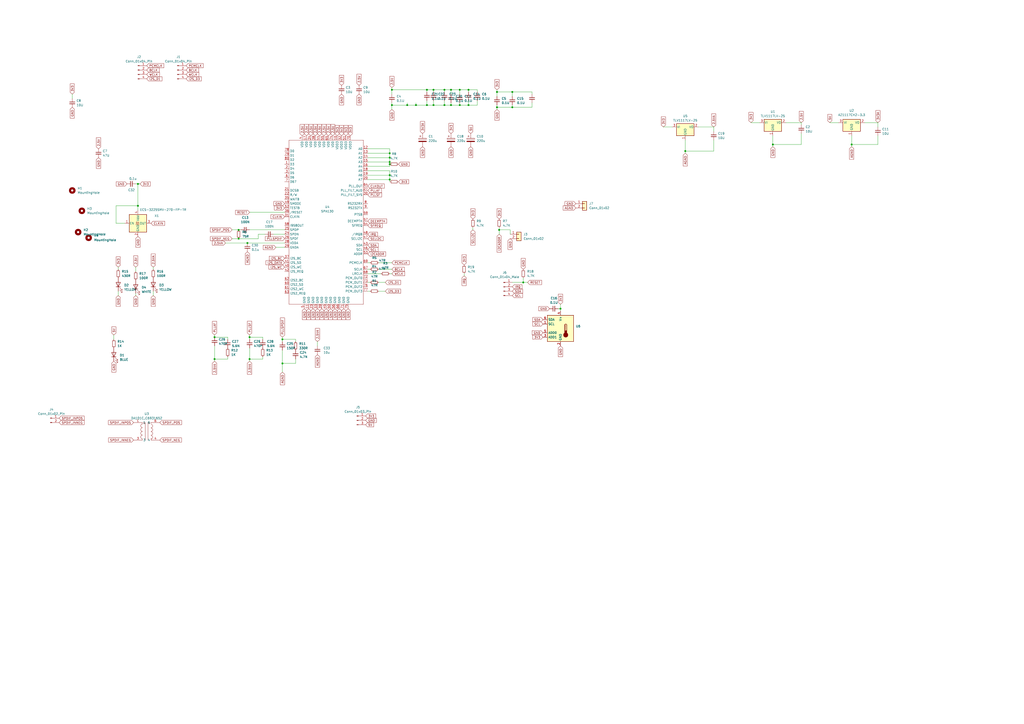
<source format=kicad_sch>
(kicad_sch (version 20250114) (generator "eeschema") (generator_version "9.0")
  (paper "A2")
  (junction (at 144.78 195.58))
  (junction (at 143.51 140.97))
  (junction (at 138.43 138.43))
  (junction (at 124.46 208.28))
  (junction (at 80.01 119.38))
  (junction (at 288.29 53.34))
  (junction (at 227.33 60.96))
  (junction (at 288.29 62.23))
  (junction (at 227.33 52.07))
  (junction (at 251.46 60.96))
  (junction (at 448.31 83.82))
  (junction (at 226.06 104.14))
  (junction (at 266.7 60.96))
  (junction (at 271.78 60.96))
  (junction (at 247.65 60.96))
  (junction (at 297.18 62.23))
  (junction (at 247.65 52.07))
  (junction (at 226.06 88.9))
  (junction (at 257.81 52.07))
  (junction (at 226.06 91.44))
  (junction (at 163.83 196.85))
  (junction (at 138.43 133.35))
  (junction (at 297.18 53.34))
  (junction (at 257.81 60.96))
  (junction (at 251.46 52.07))
  (junction (at 397.51 87.63))
  (junction (at 271.78 52.07))
  (junction (at 266.7 52.07))
  (junction (at 124.46 195.58))
  (junction (at 226.06 93.98))
  (junction (at 289.56 133.35))
  (junction (at 163.83 210.82))
  (junction (at 261.62 52.07))
  (junction (at 494.03 83.82))
  (junction (at 303.53 163.83))
  (junction (at 226.06 95.25))
  (junction (at 80.01 106.68))
  (junction (at 261.62 60.96))
  (junction (at 241.3 60.96))
  (junction (at 144.78 208.28))
  (junction (at 226.06 101.6))
  (junction (at 236.22 60.96))
  (junction (at 325.12 179.07))
  (wire (pts (xy 213.36 101.6) (xy 226.06 101.6)))
  (wire (pts (xy 414.02 87.63) (xy 397.51 87.63)))
  (wire (pts (xy 144.78 195.58) (xy 144.78 196.85)))
  (wire (pts (xy 227.33 60.96) (xy 227.33 59.69)))
  (wire (pts (xy 152.4 195.58) (xy 144.78 195.58)))
  (wire (pts (xy 464.82 71.12) (xy 464.82 72.39)))
  (wire (pts (xy 247.65 60.96) (xy 241.3 60.96)))
  (wire (pts (xy 138.43 138.43) (xy 149.86 138.43)))
  (wire (pts (xy 247.65 53.34) (xy 247.65 52.07)))
  (wire (pts (xy 213.36 88.9) (xy 226.06 88.9)))
  (wire (pts (xy 276.86 52.07) (xy 276.86 53.34)))
  (wire (pts (xy 226.06 88.9) (xy 226.06 91.44)))
  (wire (pts (xy 226.06 96.52) (xy 213.36 96.52)))
  (wire (pts (xy 88.9 154.94) (xy 88.9 156.21)))
  (wire (pts (xy 171.45 196.85) (xy 163.83 196.85)))
  (wire (pts (xy 214.63 163.83) (xy 213.36 163.83)))
  (wire (pts (xy 227.33 63.5) (xy 227.33 60.96)))
  (wire (pts (xy 144.78 133.35) (xy 165.1 133.35)))
  (wire (pts (xy 297.18 53.34) (xy 308.61 53.34)))
  (wire (pts (xy 223.52 168.91) (xy 219.71 168.91)))
  (wire (pts (xy 464.82 83.82) (xy 448.31 83.82)))
  (wire (pts (xy 295.91 133.35) (xy 289.56 133.35)))
  (wire (pts (xy 251.46 52.07) (xy 257.81 52.07)))
  (wire (pts (xy 226.06 95.25) (xy 226.06 96.52)))
  (wire (pts (xy 257.81 53.34) (xy 257.81 52.07)))
  (wire (pts (xy 144.78 123.19) (xy 165.1 123.19)))
  (wire (pts (xy 297.18 163.83) (xy 303.53 163.83)))
  (wire (pts (xy 144.78 201.93) (xy 144.78 208.28)))
  (wire (pts (xy 276.86 60.96) (xy 271.78 60.96)))
  (wire (pts (xy 163.83 196.85) (xy 163.83 198.12)))
  (wire (pts (xy 78.74 171.45) (xy 78.74 170.18)))
  (wire (pts (xy 289.56 132.08) (xy 289.56 133.35)))
  (wire (pts (xy 397.51 88.9) (xy 397.51 87.63)))
  (wire (pts (xy 160.02 143.51) (xy 165.1 143.51)))
  (wire (pts (xy 163.83 195.58) (xy 163.83 196.85)))
  (wire (pts (xy 308.61 54.61) (xy 308.61 53.34)))
  (wire (pts (xy 227.33 50.8) (xy 227.33 52.07)))
  (wire (pts (xy 67.31 129.54) (xy 72.39 129.54)))
  (wire (pts (xy 297.18 62.23) (xy 308.61 62.23)))
  (wire (pts (xy 501.65 71.12) (xy 509.27 71.12)))
  (wire (pts (xy 236.22 59.69) (xy 236.22 60.96)))
  (wire (pts (xy 227.33 156.21) (xy 219.71 156.21)))
  (wire (pts (xy 271.78 52.07) (xy 271.78 53.34)))
  (wire (pts (xy 247.65 52.07) (xy 251.46 52.07)))
  (wire (pts (xy 130.81 140.97) (xy 143.51 140.97)))
  (wire (pts (xy 138.43 133.35) (xy 139.7 133.35)))
  (wire (pts (xy 308.61 59.69) (xy 308.61 62.23)))
  (wire (pts (xy 435.61 71.12) (xy 440.69 71.12)))
  (wire (pts (xy 384.81 73.66) (xy 389.89 73.66)))
  (wire (pts (xy 303.53 163.83) (xy 306.07 163.83)))
  (wire (pts (xy 124.46 194.31) (xy 124.46 195.58)))
  (wire (pts (xy 241.3 59.69) (xy 241.3 60.96)))
  (wire (pts (xy 227.33 158.75) (xy 226.06 158.75)))
  (wire (pts (xy 226.06 86.36) (xy 226.06 88.9)))
  (wire (pts (xy 227.33 52.07) (xy 247.65 52.07)))
  (wire (pts (xy 134.62 133.35) (xy 138.43 133.35)))
  (wire (pts (xy 325.12 179.07) (xy 325.12 180.34)))
  (wire (pts (xy 66.04 194.31) (xy 66.04 196.85)))
  (wire (pts (xy 81.28 106.68) (xy 80.01 106.68)))
  (wire (pts (xy 132.08 195.58) (xy 124.46 195.58)))
  (wire (pts (xy 455.93 71.12) (xy 464.82 71.12)))
  (wire (pts (xy 132.08 207.01) (xy 132.08 208.28)))
  (wire (pts (xy 171.45 208.28) (xy 171.45 210.82)))
  (wire (pts (xy 414.02 73.66) (xy 414.02 76.2)))
  (wire (pts (xy 213.36 91.44) (xy 226.06 91.44)))
  (wire (pts (xy 124.46 200.66) (xy 124.46 208.28)))
  (wire (pts (xy 144.78 208.28) (xy 152.4 208.28)))
  (wire (pts (xy 266.7 54.61) (xy 266.7 52.07)))
  (wire (pts (xy 184.15 200.66) (xy 184.15 198.12)))
  (wire (pts (xy 226.06 86.36) (xy 213.36 86.36)))
  (wire (pts (xy 274.32 132.08) (xy 274.32 133.35)))
  (wire (pts (xy 297.18 62.23) (xy 288.29 62.23)))
  (wire (pts (xy 247.65 60.96) (xy 251.46 60.96)))
  (wire (pts (xy 303.53 161.29) (xy 303.53 163.83)))
  (wire (pts (xy 132.08 196.85) (xy 132.08 195.58)))
  (wire (pts (xy 297.18 55.88) (xy 297.18 53.34)))
  (wire (pts (xy 509.27 83.82) (xy 494.03 83.82)))
  (wire (pts (xy 448.31 85.09) (xy 448.31 83.82)))
  (wire (pts (xy 226.06 91.44) (xy 226.06 93.98)))
  (wire (pts (xy 138.43 138.43) (xy 134.62 138.43)))
  (wire (pts (xy 405.13 73.66) (xy 414.02 73.66)))
  (wire (pts (xy 80.01 119.38) (xy 80.01 121.92)))
  (wire (pts (xy 261.62 54.61) (xy 261.62 52.07)))
  (wire (pts (xy 257.81 58.42) (xy 257.81 60.96)))
  (wire (pts (xy 80.01 106.68) (xy 80.01 119.38)))
  (wire (pts (xy 41.91 57.15) (xy 41.91 54.61)))
  (wire (pts (xy 261.62 59.69) (xy 261.62 60.96)))
  (wire (pts (xy 214.63 156.21) (xy 213.36 156.21)))
  (wire (pts (xy 295.91 135.89) (xy 295.91 133.35)))
  (wire (pts (xy 226.06 104.14) (xy 226.06 105.41)))
  (wire (pts (xy 124.46 208.28) (xy 132.08 208.28)))
  (wire (pts (xy 251.46 60.96) (xy 257.81 60.96)))
  (wire (pts (xy 257.81 60.96) (xy 261.62 60.96)))
  (wire (pts (xy 68.58 171.45) (xy 68.58 168.91)))
  (wire (pts (xy 481.33 71.12) (xy 486.41 71.12)))
  (wire (pts (xy 261.62 52.07) (xy 266.7 52.07)))
  (wire (pts (xy 163.83 203.2) (xy 163.83 210.82)))
  (wire (pts (xy 289.56 133.35) (xy 289.56 135.89)))
  (wire (pts (xy 261.62 52.07) (xy 257.81 52.07)))
  (wire (pts (xy 227.33 52.07) (xy 227.33 54.61)))
  (wire (pts (xy 251.46 58.42) (xy 251.46 60.96)))
  (wire (pts (xy 271.78 58.42) (xy 271.78 60.96)))
  (wire (pts (xy 68.58 154.94) (xy 68.58 156.21)))
  (wire (pts (xy 266.7 59.69) (xy 266.7 60.96)))
  (wire (pts (xy 288.29 53.34) (xy 297.18 53.34)))
  (wire (pts (xy 144.78 194.31) (xy 144.78 195.58)))
  (wire (pts (xy 276.86 58.42) (xy 276.86 60.96)))
  (wire (pts (xy 251.46 53.34) (xy 251.46 52.07)))
  (wire (pts (xy 158.75 135.89) (xy 165.1 135.89)))
  (wire (pts (xy 143.51 140.97) (xy 165.1 140.97)))
  (wire (pts (xy 226.06 93.98) (xy 226.06 95.25)))
  (wire (pts (xy 227.33 152.4) (xy 219.71 152.4)))
  (wire (pts (xy 288.29 62.23) (xy 288.29 60.96)))
  (wire (pts (xy 149.86 135.89) (xy 153.67 135.89)))
  (wire (pts (xy 226.06 101.6) (xy 226.06 104.14)))
  (wire (pts (xy 214.63 168.91) (xy 213.36 168.91)))
  (wire (pts (xy 124.46 208.28) (xy 124.46 209.55)))
  (wire (pts (xy 297.18 60.96) (xy 297.18 62.23)))
  (wire (pts (xy 236.22 60.96) (xy 227.33 60.96)))
  (wire (pts (xy 288.29 53.34) (xy 288.29 55.88)))
  (wire (pts (xy 414.02 81.28) (xy 414.02 87.63)))
  (wire (pts (xy 288.29 52.07) (xy 288.29 53.34)))
  (wire (pts (xy 509.27 78.74) (xy 509.27 83.82)))
  (wire (pts (xy 171.45 198.12) (xy 171.45 196.85)))
  (wire (pts (xy 266.7 60.96) (xy 271.78 60.96)))
  (wire (pts (xy 509.27 71.12) (xy 509.27 73.66)))
  (wire (pts (xy 78.74 154.94) (xy 78.74 157.48)))
  (wire (pts (xy 269.24 158.75) (xy 269.24 160.02)))
  (wire (pts (xy 149.86 135.89) (xy 149.86 138.43)))
  (wire (pts (xy 163.83 210.82) (xy 163.83 215.9)))
  (wire (pts (xy 67.31 119.38) (xy 67.31 129.54)))
  (wire (pts (xy 494.03 78.74) (xy 494.03 83.82)))
  (wire (pts (xy 220.98 158.75) (xy 213.36 158.75)))
  (wire (pts (xy 226.06 99.06) (xy 226.06 101.6)))
  (wire (pts (xy 397.51 81.28) (xy 397.51 87.63)))
  (wire (pts (xy 152.4 196.85) (xy 152.4 195.58)))
  (wire (pts (xy 144.78 208.28) (xy 144.78 209.55)))
  (wire (pts (xy 261.62 60.96) (xy 266.7 60.96)))
  (wire (pts (xy 276.86 52.07) (xy 271.78 52.07)))
  (wire (pts (xy 88.9 171.45) (xy 88.9 168.91)))
  (wire (pts (xy 213.36 93.98) (xy 226.06 93.98)))
  (wire (pts (xy 213.36 99.06) (xy 226.06 99.06)))
  (wire (pts (xy 325.12 176.53) (xy 325.12 179.07)))
  (wire (pts (xy 247.65 58.42) (xy 247.65 60.96)))
  (wire (pts (xy 464.82 77.47) (xy 464.82 83.82)))
  (wire (pts (xy 152.4 207.01) (xy 152.4 208.28)))
  (wire (pts (xy 323.85 179.07) (xy 325.12 179.07)))
  (wire (pts (xy 80.01 106.68) (xy 78.74 106.68)))
  (wire (pts (xy 288.29 63.5) (xy 288.29 62.23)))
  (wire (pts (xy 448.31 78.74) (xy 448.31 83.82)))
  (wire (pts (xy 494.03 85.09) (xy 494.03 83.82)))
  (wire (pts (xy 241.3 60.96) (xy 236.22 60.96)))
  (wire (pts (xy 223.52 163.83) (xy 219.71 163.83)))
  (wire (pts (xy 67.31 119.38) (xy 80.01 119.38)))
  (wire (pts (xy 213.36 104.14) (xy 226.06 104.14)))
  (wire (pts (xy 266.7 52.07) (xy 271.78 52.07)))
  (wire (pts (xy 214.63 152.4) (xy 213.36 152.4)))
  (wire (pts (xy 163.83 210.82) (xy 171.45 210.82)))
  (global_label "AGND" (shape input) (at 143.51 146.05 270) (property "Intersheetrefs" "${INTERSHEET_REFS}" (effects (hide yes))))
  (global_label "3V3" (shape input) (at 261.62 77.47 90) (property "Intersheetrefs" "${INTERSHEET_REFS}" (effects (hide yes))))
  (global_label "IRQ" (shape input) (at 213.36 135.89 0) (property "Intersheetrefs" "${INTERSHEET_REFS}" (effects (hide yes))))
  (global_label "2.5V" (shape input) (at 175.26 78.74 90) (property "Intersheetrefs" "${INTERSHEET_REFS}" (effects (hide yes))))
  (global_label "2.5V" (shape input) (at 464.82 71.12 90) (property "Intersheetrefs" "${INTERSHEET_REFS}" (effects (hide yes))))
  (global_label "PLLSF" (shape input) (at 144.78 194.31 90) (property "Intersheetrefs" "${INTERSHEET_REFS}" (effects (hide yes))))
  (global_label "3V3" (shape input) (at 41.91 54.61 90) (property "Intersheetrefs" "${INTERSHEET_REFS}" (effects (hide yes))))
  (global_label "3V3" (shape input) (at 195.58 78.74 90) (property "Intersheetrefs" "${INTERSHEET_REFS}" (effects (hide yes))))
  (global_label "SDA" (shape input) (at 213.36 142.24 0) (property "Intersheetrefs" "${INTERSHEET_REFS}" (effects (hide yes))))
  (global_label "WCLK" (shape input) (at 85.09 43.18 0) (property "Intersheetrefs" "${INTERSHEET_REFS}" (effects (hide yes))))
  (global_label "3V3" (shape input) (at 325.12 176.53 90) (property "Intersheetrefs" "${INTERSHEET_REFS}" (effects (hide yes))))
  (global_label "GND" (shape input) (at 245.11 85.09 270) (property "Intersheetrefs" "${INTERSHEET_REFS}" (effects (hide yes))))
  (global_label "I2CADDR" (shape input) (at 289.56 135.89 270) (property "Intersheetrefs" "${INTERSHEET_REFS}" (effects (hide yes))))
  (global_label "I2S_BC" (shape input) (at 165.1 149.86 180) (property "Intersheetrefs" "${INTERSHEET_REFS}" (effects (hide yes))))
  (global_label "3V3" (shape input) (at 289.56 127 90) (property "Intersheetrefs" "${INTERSHEET_REFS}" (effects (hide yes))))
  (global_label "5V" (shape input) (at 212.09 246.38 0) (property "Intersheetrefs" "${INTERSHEET_REFS}" (effects (hide yes))))
  (global_label "RESET" (shape input) (at 144.78 123.19 180) (property "Intersheetrefs" "${INTERSHEET_REFS}" (effects (hide yes))))
  (global_label "SDA" (shape input) (at 314.96 185.42 180) (property "Intersheetrefs" "${INTERSHEET_REFS}" (effects (hide yes))))
  (global_label "GND" (shape input) (at 303.53 156.21 90) (property "Intersheetrefs" "${INTERSHEET_REFS}" (effects (hide yes))))
  (global_label "WCLK" (shape input) (at 107.95 43.18 0) (property "Intersheetrefs" "${INTERSHEET_REFS}" (effects (hide yes))))
  (global_label "SPDIF_INPOS" (shape input) (at 77.47 245.11 180) (property "Intersheetrefs" "${INTERSHEET_REFS}" (effects (hide yes))))
  (global_label "2.5V" (shape input) (at 227.33 50.8 90) (property "Intersheetrefs" "${INTERSHEET_REFS}" (effects (hide yes))))
  (global_label "AGND" (shape input) (at 163.83 215.9 270) (property "Intersheetrefs" "${INTERSHEET_REFS}" (effects (hide yes))))
  (global_label "PLLAF" (shape input) (at 124.46 194.31 90) (property "Intersheetrefs" "${INTERSHEET_REFS}" (effects (hide yes))))
  (global_label "GND" (shape input) (at 88.9 171.45 270) (property "Intersheetrefs" "${INTERSHEET_REFS}" (effects (hide yes))))
  (global_label "PCMCLK" (shape input) (at 85.09 38.1 0) (property "Intersheetrefs" "${INTERSHEET_REFS}" (effects (hide yes))))
  (global_label "5V" (shape input) (at 273.05 77.47 90) (property "Intersheetrefs" "${INTERSHEET_REFS}" (effects (hide yes))))
  (global_label "CLKIN" (shape input) (at 87.63 129.54 0) (property "Intersheetrefs" "${INTERSHEET_REFS}" (effects (hide yes))))
  (global_label "DEEMPTH" (shape input) (at 213.36 128.27 0) (property "Intersheetrefs" "${INTERSHEET_REFS}" (effects (hide yes))))
  (global_label "3V3" (shape input) (at 198.12 78.74 90) (property "Intersheetrefs" "${INTERSHEET_REFS}" (effects (hide yes))))
  (global_label "3V3" (shape input) (at 200.66 78.74 90) (property "Intersheetrefs" "${INTERSHEET_REFS}" (effects (hide yes))))
  (global_label "CLKOUT" (shape input) (at 213.36 107.95 0) (property "Intersheetrefs" "${INTERSHEET_REFS}" (effects (hide yes))))
  (global_label "BCLK" (shape input) (at 227.33 156.21 0) (property "Intersheetrefs" "${INTERSHEET_REFS}" (effects (hide yes))))
  (global_label "2.5V" (shape input) (at 182.88 78.74 90) (property "Intersheetrefs" "${INTERSHEET_REFS}" (effects (hide yes))))
  (global_label "GND" (shape input) (at 80.01 137.16 270) (property "Intersheetrefs" "${INTERSHEET_REFS}" (effects (hide yes))))
  (global_label "SELI2C" (shape input) (at 274.32 133.35 270) (property "Intersheetrefs" "${INTERSHEET_REFS}" (effects (hide yes))))
  (global_label "3V3A" (shape input) (at 245.11 77.47 90) (property "Intersheetrefs" "${INTERSHEET_REFS}" (effects (hide yes))))
  (global_label "SPDIF_POS" (shape input) (at 92.71 245.11 0) (property "Intersheetrefs" "${INTERSHEET_REFS}" (effects (hide yes))))
  (global_label "3V3" (shape input) (at 165.1 120.65 180) (property "Intersheetrefs" "${INTERSHEET_REFS}" (effects (hide yes))))
  (global_label "GND" (shape input) (at 176.53 179.07 270) (property "Intersheetrefs" "${INTERSHEET_REFS}" (effects (hide yes))))
  (global_label "SFREQ" (shape input) (at 213.36 130.81 0) (property "Intersheetrefs" "${INTERSHEET_REFS}" (effects (hide yes))))
  (global_label "2.5V" (shape input) (at 208.28 49.53 90) (property "Intersheetrefs" "${INTERSHEET_REFS}" (effects (hide yes))))
  (global_label "2.5V" (shape input) (at 57.15 86.36 90) (property "Intersheetrefs" "${INTERSHEET_REFS}" (effects (hide yes))))
  (global_label "GND" (shape input) (at 212.09 243.84 0) (property "Intersheetrefs" "${INTERSHEET_REFS}" (effects (hide yes))))
  (global_label "GND" (shape input) (at 208.28 54.61 270) (property "Intersheetrefs" "${INTERSHEET_REFS}" (effects (hide yes))))
  (global_label "GND" (shape input) (at 325.12 200.66 270) (property "Intersheetrefs" "${INTERSHEET_REFS}" (effects (hide yes))))
  (global_label "2.5V" (shape input) (at 185.42 78.74 90) (property "Intersheetrefs" "${INTERSHEET_REFS}" (effects (hide yes))))
  (global_label "3V3" (shape input) (at 269.24 153.67 90) (property "Intersheetrefs" "${INTERSHEET_REFS}" (effects (hide yes))))
  (global_label "2.5V" (shape input) (at 177.8 78.74 90) (property "Intersheetrefs" "${INTERSHEET_REFS}" (effects (hide yes))))
  (global_label "GND" (shape input) (at 448.31 85.09 270) (property "Intersheetrefs" "${INTERSHEET_REFS}" (effects (hide yes))))
  (global_label "CLKIN" (shape input) (at 165.1 125.73 180) (property "Intersheetrefs" "${INTERSHEET_REFS}" (effects (hide yes))))
  (global_label "2.5V" (shape input) (at 78.74 154.94 90) (property "Intersheetrefs" "${INTERSHEET_REFS}" (effects (hide yes))))
  (global_label "3V3" (shape input) (at 435.61 71.12 90) (property "Intersheetrefs" "${INTERSHEET_REFS}" (effects (hide yes))))
  (global_label "GND" (shape input) (at 273.05 85.09 270) (property "Intersheetrefs" "${INTERSHEET_REFS}" (effects (hide yes))))
  (global_label "3V3" (shape input) (at 81.28 106.68 0) (property "Intersheetrefs" "${INTERSHEET_REFS}" (effects (hide yes))))
  (global_label "BCLK" (shape input) (at 85.09 40.64 0) (property "Intersheetrefs" "${INTERSHEET_REFS}" (effects (hide yes))))
  (global_label "GND" (shape input) (at 196.85 179.07 270) (property "Intersheetrefs" "${INTERSHEET_REFS}" (effects (hide yes))))
  (global_label "SCL" (shape input) (at 314.96 187.96 180) (property "Intersheetrefs" "${INTERSHEET_REFS}" (effects (hide yes))))
  (global_label "GND" (shape input) (at 186.69 179.07 270) (property "Intersheetrefs" "${INTERSHEET_REFS}" (effects (hide yes))))
  (global_label "GND" (shape input) (at 198.12 54.61 270) (property "Intersheetrefs" "${INTERSHEET_REFS}" (effects (hide yes))))
  (global_label "BCLK" (shape input) (at 107.95 40.64 0) (property "Intersheetrefs" "${INTERSHEET_REFS}" (effects (hide yes))))
  (global_label "GND" (shape input) (at 231.14 95.25 0) (property "Intersheetrefs" "${INTERSHEET_REFS}" (effects (hide yes))))
  (global_label "GND" (shape input) (at 57.15 91.44 270) (property "Intersheetrefs" "${INTERSHEET_REFS}" (effects (hide yes))))
  (global_label "SCL" (shape input) (at 297.18 171.45 0) (property "Intersheetrefs" "${INTERSHEET_REFS}" (effects (hide yes))))
  (global_label "GND" (shape input) (at 334.01 118.11 180) (property "Intersheetrefs" "${INTERSHEET_REFS}" (effects (hide yes))))
  (global_label "3V3" (shape input) (at 288.29 52.07 90) (property "Intersheetrefs" "${INTERSHEET_REFS}" (effects (hide yes))))
  (global_label "I2S_DATA" (shape input) (at 165.1 152.4 180) (property "Intersheetrefs" "${INTERSHEET_REFS}" (effects (hide yes))))
  (global_label "GND" (shape input) (at 318.77 179.07 180) (property "Intersheetrefs" "${INTERSHEET_REFS}" (effects (hide yes))))
  (global_label "GND" (shape input) (at 288.29 63.5 270) (property "Intersheetrefs" "${INTERSHEET_REFS}" (effects (hide yes))))
  (global_label "GND" (shape input) (at 189.23 179.07 270) (property "Intersheetrefs" "${INTERSHEET_REFS}" (effects (hide yes))))
  (global_label "GND" (shape input) (at 73.66 106.68 180) (property "Intersheetrefs" "${INTERSHEET_REFS}" (effects (hide yes))))
  (global_label "3V3" (shape input) (at 384.81 73.66 90) (property "Intersheetrefs" "${INTERSHEET_REFS}" (effects (hide yes))))
  (global_label "GND" (shape input) (at 41.91 62.23 270) (property "Intersheetrefs" "${INTERSHEET_REFS}" (effects (hide yes))))
  (global_label "2.5VA" (shape input) (at 88.9 154.94 90) (property "Intersheetrefs" "${INTERSHEET_REFS}" (effects (hide yes))))
  (global_label "2.5V" (shape input) (at 187.96 78.74 90) (property "Intersheetrefs" "${INTERSHEET_REFS}" (effects (hide yes))))
  (global_label "PLLSF" (shape input) (at 213.36 113.03 0) (property "Intersheetrefs" "${INTERSHEET_REFS}" (effects (hide yes))))
  (global_label "2.5V" (shape input) (at 193.04 78.74 90) (property "Intersheetrefs" "${INTERSHEET_REFS}" (effects (hide yes))))
  (global_label "I2S_WC" (shape input) (at 165.1 154.94 180) (property "Intersheetrefs" "${INTERSHEET_REFS}" (effects (hide yes))))
  (global_label "GND" (shape input) (at 181.61 179.07 270) (property "Intersheetrefs" "${INTERSHEET_REFS}" (effects (hide yes))))
  (global_label "AGND" (shape input) (at 494.03 85.09 270) (property "Intersheetrefs" "${INTERSHEET_REFS}" (effects (hide yes))))
  (global_label "3V3" (shape input) (at 212.09 241.3 0) (property "Intersheetrefs" "${INTERSHEET_REFS}" (effects (hide yes))))
  (global_label "SDA" (shape input) (at 297.18 168.91 0) (property "Intersheetrefs" "${INTERSHEET_REFS}" (effects (hide yes))))
  (global_label "GND" (shape input) (at 201.93 179.07 270) (property "Intersheetrefs" "${INTERSHEET_REFS}" (effects (hide yes))))
  (global_label "2.5VA" (shape input) (at 414.02 73.66 90) (property "Intersheetrefs" "${INTERSHEET_REFS}" (effects (hide yes))))
  (global_label "SCL" (shape input) (at 213.36 144.78 0) (property "Intersheetrefs" "${INTERSHEET_REFS}" (effects (hide yes))))
  (global_label "5V" (shape input) (at 66.04 194.31 90) (property "Intersheetrefs" "${INTERSHEET_REFS}" (effects (hide yes))))
  (global_label "2.5VA" (shape input) (at 184.15 198.12 90) (property "Intersheetrefs" "${INTERSHEET_REFS}" (effects (hide yes))))
  (global_label "3V3" (shape input) (at 274.32 127 90) (property "Intersheetrefs" "${INTERSHEET_REFS}" (effects (hide yes))))
  (global_label "GND" (shape input) (at 165.1 118.11 180) (property "Intersheetrefs" "${INTERSHEET_REFS}" (effects (hide yes))))
  (global_label "2.5V" (shape input) (at 180.34 78.74 90) (property "Intersheetrefs" "${INTERSHEET_REFS}" (effects (hide yes))))
  (global_label "WCLK" (shape input) (at 227.33 158.75 0) (property "Intersheetrefs" "${INTERSHEET_REFS}" (effects (hide yes))))
  (global_label "GND" (shape input) (at 179.07 179.07 270) (property "Intersheetrefs" "${INTERSHEET_REFS}" (effects (hide yes))))
  (global_label "I2S_D1" (shape input) (at 85.09 45.72 0) (property "Intersheetrefs" "${INTERSHEET_REFS}" (effects (hide yes))))
  (global_label "SELI2C" (shape input) (at 213.36 138.43 0) (property "Intersheetrefs" "${INTERSHEET_REFS}" (effects (hide yes))))
  (global_label "GND" (shape input) (at 66.04 209.55 270) (property "Intersheetrefs" "${INTERSHEET_REFS}" (effects (hide yes))))
  (global_label "SPDIF_INNEG" (shape input) (at 77.47 255.27 180) (property "Intersheetrefs" "${INTERSHEET_REFS}" (effects (hide yes))))
  (global_label "3V3" (shape input) (at 203.2 78.74 90) (property "Intersheetrefs" "${INTERSHEET_REFS}" (effects (hide yes))))
  (global_label "I2S_D3" (shape input) (at 223.52 168.91 0) (property "Intersheetrefs" "${INTERSHEET_REFS}" (effects (hide yes))))
  (global_label "SPDIF_NEG" (shape input) (at 92.71 255.27 0) (property "Intersheetrefs" "${INTERSHEET_REFS}" (effects (hide yes))))
  (global_label "I2S_D3" (shape input) (at 107.95 45.72 0) (property "Intersheetrefs" "${INTERSHEET_REFS}" (effects (hide yes))))
  (global_label "I2CADDR" (shape input) (at 213.36 147.32 0) (property "Intersheetrefs" "${INTERSHEET_REFS}" (effects (hide yes))))
  (global_label "GND" (shape input) (at 191.77 179.07 270) (property "Intersheetrefs" "${INTERSHEET_REFS}" (effects (hide yes))))
  (global_label "GND" (shape input) (at 184.15 179.07 270) (property "Intersheetrefs" "${INTERSHEET_REFS}" (effects (hide yes))))
  (global_label "3V3A" (shape input) (at 509.27 71.12 90) (property "Intersheetrefs" "${INTERSHEET_REFS}" (effects (hide yes))))
  (global_label "IRQ" (shape input) (at 297.18 166.37 0) (property "Intersheetrefs" "${INTERSHEET_REFS}" (effects (hide yes))))
  (global_label "GND" (shape input) (at 199.39 179.07 270) (property "Intersheetrefs" "${INTERSHEET_REFS}" (effects (hide yes))))
  (global_label "GND" (shape input) (at 295.91 138.43 270) (property "Intersheetrefs" "${INTERSHEET_REFS}" (effects (hide yes))))
  (global_label "PCMCLK" (shape input) (at 107.95 38.1 0) (property "Intersheetrefs" "${INTERSHEET_REFS}" (effects (hide yes))))
  (global_label "2.5VA" (shape input) (at 130.81 140.97 180) (property "Intersheetrefs" "${INTERSHEET_REFS}" (effects (hide yes))))
  (global_label "3V3" (shape input) (at 198.12 49.53 90) (property "Intersheetrefs" "${INTERSHEET_REFS}" (effects (hide yes))))
  (global_label "PLLSPDIF" (shape input) (at 165.1 138.43 180) (property "Intersheetrefs" "${INTERSHEET_REFS}" (effects (hide yes))))
  (global_label "PLLAF" (shape input) (at 213.36 110.49 0) (property "Intersheetrefs" "${INTERSHEET_REFS}" (effects (hide yes))))
  (global_label "AGND" (shape input) (at 397.51 88.9 270) (property "Intersheetrefs" "${INTERSHEET_REFS}" (effects (hide yes))))
  (global_label "SPDIF_INNEG" (shape input) (at 34.29 245.11 0) (property "Intersheetrefs" "${INTERSHEET_REFS}" (effects (hide yes))))
  (global_label "GND" (shape input) (at 194.31 179.07 270) (property "Intersheetrefs" "${INTERSHEET_REFS}" (effects (hide yes))))
  (global_label "3V3" (shape input) (at 314.96 195.58 180) (property "Intersheetrefs" "${INTERSHEET_REFS}" (effects (hide yes))))
  (global_label "PLLSPDIF" (shape input) (at 163.83 195.58 90) (property "Intersheetrefs" "${INTERSHEET_REFS}" (effects (hide yes))))
  (global_label "3V3" (shape input) (at 68.58 154.94 90) (property "Intersheetrefs" "${INTERSHEET_REFS}" (effects (hide yes))))
  (global_label "SPDIF_POS" (shape input) (at 134.62 133.35 180) (property "Intersheetrefs" "${INTERSHEET_REFS}" (effects (hide yes))))
  (global_label "RESET" (shape input) (at 306.07 163.83 0) (property "Intersheetrefs" "${INTERSHEET_REFS}" (effects (hide yes))))
  (global_label "AGND" (shape input) (at 184.15 205.74 270) (property "Intersheetrefs" "${INTERSHEET_REFS}" (effects (hide yes))))
  (global_label "SPDIF_INPOS" (shape input) (at 34.29 242.57 0) (property "Intersheetrefs" "${INTERSHEET_REFS}" (effects (hide yes))))
  (global_label "I2S_D1" (shape input) (at 223.52 163.83 0) (property "Intersheetrefs" "${INTERSHEET_REFS}" (effects (hide yes))))
  (global_label "3V3" (shape input) (at 231.14 105.41 0) (property "Intersheetrefs" "${INTERSHEET_REFS}" (effects (hide yes))))
  (global_label "GND" (shape input) (at 78.74 171.45 270) (property "Intersheetrefs" "${INTERSHEET_REFS}" (effects (hide yes))))
  (global_label "AGND" (shape input) (at 160.02 143.51 180) (property "Intersheetrefs" "${INTERSHEET_REFS}" (effects (hide yes))))
  (global_label "PCMCLK" (shape input) (at 227.33 152.4 0) (property "Intersheetrefs" "${INTERSHEET_REFS}" (effects (hide yes))))
  (global_label "2.5V" (shape input) (at 190.5 78.74 90) (property "Intersheetrefs" "${INTERSHEET_REFS}" (effects (hide yes))))
  (global_label "2.5VA" (shape input) (at 144.78 209.55 270) (property "Intersheetrefs" "${INTERSHEET_REFS}" (effects (hide yes))))
  (global_label "GND" (shape input) (at 68.58 171.45 270) (property "Intersheetrefs" "${INTERSHEET_REFS}" (effects (hide yes))))
  (global_label "GND" (shape input) (at 227.33 63.5 270) (property "Intersheetrefs" "${INTERSHEET_REFS}" (effects (hide yes))))
  (global_label "5V" (shape input) (at 481.33 71.12 90) (property "Intersheetrefs" "${INTERSHEET_REFS}" (effects (hide yes))))
  (global_label "SPDIF_NEG" (shape input) (at 134.62 138.43 180) (property "Intersheetrefs" "${INTERSHEET_REFS}" (effects (hide yes))))
  (global_label "IRQ" (shape input) (at 269.24 160.02 270) (property "Intersheetrefs" "${INTERSHEET_REFS}" (effects (hide yes))))
  (global_label "GND" (shape input) (at 314.96 193.04 180) (property "Intersheetrefs" "${INTERSHEET_REFS}" (effects (hide yes))))
  (global_label "2.5VA" (shape input) (at 124.46 209.55 270) (property "Intersheetrefs" "${INTERSHEET_REFS}" (effects (hide yes))))
  (global_label "AGND" (shape input) (at 334.01 120.65 180) (property "Intersheetrefs" "${INTERSHEET_REFS}" (effects (hide yes))))
  (global_label "GND" (shape input) (at 261.62 85.09 270) (property "Intersheetrefs" "${INTERSHEET_REFS}" (effects (hide yes))))
  (symbol (lib_id "Device:C_Polarized") (at 245.11 81.28 0) (unit 1)
    (property "Reference" "C1" (at 248.539 79.121 0) (effects (justify left)))
    (property "Value" "220u" (at 248.539 81.661 0) (effects (justify left)))
    (property "Footprint" "Capacitor_THT:CP_Radial_D6.3mm_P2.50mm" (effects (hide yes)))
  )
  (symbol (lib_id "Device:C_Small") (at 251.46 55.88 0) (unit 1)
    (property "Reference" "C22" (at 254.127 54.6162 0) (effects (justify left)))
    (property "Value" "0.1U" (at 254.127 57.1562 0) (effects (justify left)))
    (property "Footprint" "Capacitor_SMD:C_0805_2012Metric_Pad1.18x1.45mm_HandSolder" (effects (hide yes)))
  )
  (symbol (lib_id "Device:C_Small") (at 163.83 200.66 0) (unit 1)
    (property "Reference" "C25" (at 166.243 199.3962 0) (effects (justify left)))
    (property "Value" "150P" (at 166.243 201.9362 0) (effects (justify left)))
    (property "Footprint" "Capacitor_SMD:C_0805_2012Metric_Pad1.18x1.45mm_HandSolder" (effects (hide yes)))
  )
  (symbol (lib_id "Device:C_Small") (at 247.65 55.88 0) (unit 1)
    (property "Reference" "C21" (at 250.317 54.6162 0) (effects (justify left)))
    (property "Value" "0.1U" (at 250.317 57.1562 0) (effects (justify left)))
    (property "Footprint" "Capacitor_SMD:C_0805_2012Metric_Pad1.18x1.45mm_HandSolder" (effects (hide yes)))
  )
  (symbol (lib_id "Device:C_Polarized") (at 261.62 81.28 0) (unit 1)
    (property "Reference" "C18" (at 265.049 79.121 0) (effects (justify left)))
    (property "Value" "220u" (at 265.049 81.661 0) (effects (justify left)))
    (property "Footprint" "Capacitor_THT:CP_Radial_D6.3mm_P2.50mm" (effects (hide yes)))
  )
  (symbol (lib_id "Device:C_Small") (at 171.45 205.74 0) (unit 1)
    (property "Reference" "C24" (at 173.863 204.4762 0) (effects (justify left)))
    (property "Value" "4.7N" (at 173.863 207.0162 0) (effects (justify left)))
    (property "Footprint" "Capacitor_SMD:C_0805_2012Metric_Pad1.18x1.45mm_HandSolder" (effects (hide yes)))
  )
  (symbol (lib_id "Mechanical:MountingHole") (at 51.4194 137.9513 0) (unit 1)
    (property "Reference" "H4" (at 54.4674 136.6812 0) (effects (justify left)))
    (property "Value" "MountingHole" (at 54.4674 139.2212 0) (effects (justify left)))
    (property "Footprint" "MountingHole:MountingHole_3.2mm_M3_DIN965_Pad_TopBottom" (effects (hide yes)))
  )
  (symbol (lib_id "Device:C_Small") (at 257.81 55.88 0) (unit 1)
    (property "Reference" "C23" (at 260.477 54.6162 0) (effects (justify left)))
    (property "Value" "0.1U" (at 260.477 57.1562 0) (effects (justify left)))
    (property "Footprint" "Capacitor_SMD:C_0805_2012Metric_Pad1.18x1.45mm_HandSolder" (effects (hide yes)))
  )
  (symbol (lib_id "Device:R_Small") (at 152.4 204.47 0) (unit 1)
    (property "Reference" "R13" (at 154.432 203.1999 0) (effects (justify left)))
    (property "Value" "1K" (at 154.432 205.7399 0) (effects (justify left)))
    (property "Footprint" "Resistor_SMD:R_0603_1608Metric_Pad0.98x0.95mm_HandSolder" (effects (hide yes)))
  )
  (symbol (lib_id "Device:C_Small") (at 144.78 199.39 0) (unit 1)
    (property "Reference" "C29" (at 147.193 198.1262 0) (effects (justify left)))
    (property "Value" "470P" (at 147.193 200.6662 0) (effects (justify left)))
    (property "Footprint" "Capacitor_SMD:C_0805_2012Metric_Pad1.18x1.45mm_HandSolder" (effects (hide yes)))
  )
  (symbol (lib_id "Device:R_Small") (at 78.74 160.02 0) (unit 1)
    (property "Reference" "R17" (at 80.772 158.7499 0) (effects (justify left)))
    (property "Value" "100R" (at 80.772 161.2899 0) (effects (justify left)))
    (property "Footprint" "Resistor_SMD:R_0603_1608Metric_Pad0.98x0.95mm_HandSolder" (effects (hide yes)))
  )
  (symbol (lib_id "Connector:Conn_01x04_Male") (at 292.1 166.37 0) (unit 1)
    (property "Reference" "J6" (at 292.735 158.115 0))
    (property "Value" "Conn_01x04_Male" (at 292.735 160.655 0))
    (property "Footprint" "Connector_JST:JST_PH_B4B-PH-K_1x04_P2.00mm_Vertical" (effects (hide yes)))
  )
  (symbol (lib_id "Device:C_Small") (at 227.33 57.15 0) (unit 1)
    (property "Reference" "C4" (at 229.997 55.8862 0) (effects (justify left)))
    (property "Value" "0.1U" (at 229.997 58.4262 0) (effects (justify left)))
    (property "Footprint" "Capacitor_SMD:C_0805_2012Metric_Pad1.18x1.45mm_HandSolder" (effects (hide yes)))
  )
  (symbol (lib_id "Device:C_Small") (at 41.91 59.69 0) (unit 1)
    (property "Reference" "C8" (at 44.323 58.4262 0) (effects (justify left)))
    (property "Value" "10U" (at 44.323 60.9662 0) (effects (justify left)))
    (property "Footprint" "Capacitor_SMD:C_1206_3216Metric_Pad1.33x1.80mm_HandSolder" (effects (hide yes)))
  )
  (symbol (lib_id "Device:R_Small") (at 217.17 168.91 90) (unit 1)
    (property "Reference" "R1" (at 217.17 162.941 90))
    (property "Value" "47R" (at 217.17 165.481 90))
    (property "Footprint" "Resistor_SMD:R_0805_2012Metric_Pad1.20x1.40mm_HandSolder" (effects (hide yes)))
  )
  (symbol (lib_id "Device:C_Small") (at 414.02 78.74 0) (unit 1)
    (property "Reference" "C19" (at 416.433 77.4762 0) (effects (justify left)))
    (property "Value" "10U" (at 416.433 80.0162 0) (effects (justify left)))
    (property "Footprint" "Capacitor_SMD:C_1206_3216Metric_Pad1.33x1.80mm_HandSolder" (effects (hide yes)))
  )
  (symbol (lib_id "Device:C_Small") (at 152.4 199.39 0) (unit 1)
    (property "Reference" "C28" (at 154.813 198.1262 0) (effects (justify left)))
    (property "Value" "5.6N" (at 154.813 200.6662 0) (effects (justify left)))
    (property "Footprint" "Capacitor_SMD:C_0805_2012Metric_Pad1.18x1.45mm_HandSolder" (effects (hide yes)))
  )
  (symbol (lib_id "Device:R_Small") (at 217.17 163.83 90) (unit 1)
    (property "Reference" "R2" (at 217.17 157.861 90))
    (property "Value" "47R" (at 217.17 160.401 90))
    (property "Footprint" "Resistor_SMD:R_0805_2012Metric_Pad1.20x1.40mm_HandSolder" (effects (hide yes)))
  )
  (symbol (lib_id "Oscillator:TXC-7C") (at 80.01 129.54 0) (unit 1)
    (property "Reference" "X1" (at 90.932 125.2093 0))
    (property "Value" "ECS-3225SMV-270-FP-TR" (at 94.615 121.666 0))
    (property "Footprint" "Oscillator:Oscillator_SMD_EuroQuartz_XO32-4Pin_3.2x2.5mm_HandSoldering" (effects (hide yes)))
    (property "Datasheet" "http://www.txccorp.com/download/products/osc/7C_o.pdf" (effects (hide yes)))
  )
  (symbol (lib_id "Device:R_Small") (at 132.08 204.47 0) (unit 1)
    (property "Reference" "R12" (at 134.112 203.1999 0) (effects (justify left)))
    (property "Value" "1K" (at 134.112 205.7399 0) (effects (justify left)))
    (property "Footprint" "Resistor_SMD:R_0603_1608Metric_Pad0.98x0.95mm_HandSolder" (effects (hide yes)))
  )
  (symbol (lib_id "Device:R_Small") (at 228.6 105.41 90) (unit 1)
    (property "Reference" "R10" (at 228.6 99.441 90))
    (property "Value" "4.7K" (at 228.6 101.981 90))
    (property "Footprint" "Resistor_SMD:R_0603_1608Metric_Pad0.98x0.95mm_HandSolder" (effects (hide yes)))
  )
  (symbol (lib_id "Device:R_Small") (at 88.9 158.75 0) (unit 1)
    (property "Reference" "R16" (at 90.932 157.4799 0) (effects (justify left)))
    (property "Value" "100R" (at 90.932 160.0199 0) (effects (justify left)))
    (property "Footprint" "Resistor_SMD:R_0603_1608Metric_Pad0.98x0.95mm_HandSolder" (effects (hide yes)))
  )
  (symbol (lib_id "Device:C_Small") (at 198.12 52.07 0) (unit 1)
    (property "Reference" "C3" (at 200.533 50.8062 0) (effects (justify left)))
    (property "Value" "10U" (at 200.533 53.3462 0) (effects (justify left)))
    (property "Footprint" "Capacitor_SMD:C_1206_3216Metric_Pad1.33x1.80mm_HandSolder" (effects (hide yes)))
  )
  (symbol (lib_id "Device:R_Small") (at 66.04 199.39 0) (unit 1)
    (property "Reference" "R14" (at 68.072 198.1199 0) (effects (justify left)))
    (property "Value" "1K" (at 68.072 200.6599 0) (effects (justify left)))
    (property "Footprint" "Resistor_SMD:R_0603_1608Metric_Pad0.98x0.95mm_HandSolder" (effects (hide yes)))
  )
  (symbol (lib_id "Device:LED") (at 78.74 166.37 90) (unit 1)
    (property "Reference" "D4" (at 82.169 166.6874 90) (effects (justify right)))
    (property "Value" "WHITE" (at 82.169 169.2274 90) (effects (justify right)))
    (property "Footprint" "LED_SMD:LED_0805_2012Metric_Pad1.15x1.40mm_HandSolder" (effects (hide yes)))
  )
  (symbol (lib_id "Device:C_Small") (at 156.21 135.89 90) (unit 1)
    (property "Reference" "C17" (at 156.2163 128.778 90))
    (property "Value" "100N" (at 156.2163 131.318 90))
    (property "Footprint" "Capacitor_SMD:C_0805_2012Metric_Pad1.18x1.45mm_HandSolder" (effects (hide yes)))
  )
  (symbol (lib_id "Regulator_Linear:TLV1117-25") (at 397.51 73.66 0) (unit 1)
    (property "Reference" "U5" (at 397.51 67.31 0))
    (property "Value" "TLV1117LV-25" (at 397.51 69.85 0))
    (property "Footprint" "Package_TO_SOT_SMD:SOT-223-3_TabPin2" (effects (hide yes)))
    (property "Datasheet" "http://www.ti.com/lit/ds/symlink/tlv1117.pdf" (effects (hide yes)))
  )
  (symbol (lib_id "Device:R_Small") (at 274.32 129.54 0) (unit 1)
    (property "Reference" "R9" (at 276.352 128.2699 0) (effects (justify left)))
    (property "Value" "4.7K" (at 276.352 130.8099 0) (effects (justify left)))
    (property "Footprint" "Resistor_SMD:R_0603_1608Metric_Pad0.98x0.95mm_HandSolder" (effects (hide yes)))
  )
  (symbol (lib_id "Device:C_Small") (at 276.86 55.88 0) (unit 1)
    (property "Reference" "C6" (at 279.527 54.6162 0) (effects (justify left)))
    (property "Value" "0.1U" (at 279.527 57.1562 0) (effects (justify left)))
    (property "Footprint" "Capacitor_SMD:C_0805_2012Metric_Pad1.18x1.45mm_HandSolder" (effects (hide yes)))
  )
  (symbol (lib_id "Connector:Conn_01x04_Pin") (at 102.87 40.64 0) (unit 1)
    (property "Reference" "J1" (at 103.505 33.02 0))
    (property "Value" "Conn_01x04_Pin" (at 103.505 35.56 0))
    (property "Footprint" "Connector_JST:JST_PH_B4B-PH-K_1x04_P2.00mm_Vertical" (effects (hide yes)))
    (property "Description" "Generic connector, single row, 01x04, script generated" (effects (hide yes)))
  )
  (symbol (lib_id "Device:LED") (at 88.9 165.1 90) (unit 1)
    (property "Reference" "D3" (at 92.329 165.4174 90) (effects (justify right)))
    (property "Value" "YELLOW" (at 92.329 167.9574 90) (effects (justify right)))
    (property "Footprint" "LED_SMD:LED_0805_2012Metric_Pad1.15x1.40mm_HandSolder" (effects (hide yes)))
  )
  (symbol (lib_id "Audio:SPA130") (at 189.23 177.8 0) (unit 1)
    (property "Reference" "U4" (at 189.865 120.015 0))
    (property "Value" "SPA130" (at 189.865 122.555 0))
    (property "Footprint" "Package_QFP:LQFP-80_14x14mm_P0.65mm" (effects (hide yes)))
  )
  (symbol (lib_id "Device:LED") (at 66.04 205.74 90) (unit 1)
    (property "Reference" "D1" (at 69.469 206.0574 90) (effects (justify right)))
    (property "Value" "BLUE" (at 69.469 208.5974 90) (effects (justify right)))
    (property "Footprint" "LED_SMD:LED_0805_2012Metric_Pad1.15x1.40mm_HandSolder" (effects (hide yes)))
  )
  (symbol (lib_id "Device:C_Small") (at 464.82 74.93 0) (unit 1)
    (property "Reference" "C2" (at 467.233 73.6662 0) (effects (justify left)))
    (property "Value" "10U" (at 467.233 76.2062 0) (effects (justify left)))
    (property "Footprint" "Capacitor_SMD:C_1206_3216Metric_Pad1.33x1.80mm_HandSolder" (effects (hide yes)))
  )
  (symbol (lib_id "Device:C_Small") (at 321.31 179.07 90) (unit 1)
    (property "Reference" "C16" (at 321.3163 172.974 90))
    (property "Value" "0.1U" (at 321.3163 175.514 90))
    (property "Footprint" "Capacitor_SMD:C_0805_2012Metric_Pad1.18x1.45mm_HandSolder" (effects (hide yes)))
  )
  (symbol (lib_id "Device:R_Small") (at 217.17 152.4 90) (unit 1)
    (property "Reference" "R5" (at 217.17 149.606 90))
    (property "Value" "47R" (at 221.742 151.13 90))
    (property "Footprint" "Resistor_SMD:R_0805_2012Metric_Pad1.20x1.40mm_HandSolder" (effects (hide yes)))
  )
  (symbol (lib_id "Device:C_Small") (at 57.15 88.9 0) (unit 1)
    (property "Reference" "C7" (at 59.563 87.6362 0) (effects (justify left)))
    (property "Value" "47U" (at 59.563 90.1762 0) (effects (justify left)))
    (property "Footprint" "Capacitor_SMD:C_1206_3216Metric_Pad1.33x1.80mm_HandSolder" (effects (hide yes)))
  )
  (symbol (lib_id "Connector:Conn_01x03_Pin") (at 207.01 243.84 0) (unit 1)
    (property "Reference" "J5" (at 207.645 236.22 0))
    (property "Value" "Conn_01x03_Pin" (at 207.645 238.76 0))
    (property "Footprint" "Connector_JST:JST_PH_B3B-PH-K_1x03_P2.00mm_Vertical" (effects (hide yes)))
    (property "Description" "Generic connector, single row, 01x03, script generated" (effects (hide yes)))
  )
  (symbol (lib_id "Connector_Generic:Conn_01x02") (at 300.99 135.89 0) (unit 1)
    (property "Reference" "J3" (at 303.657 135.8899 0) (effects (justify left)))
    (property "Value" "Conn_01x02" (at 303.657 138.4299 0) (effects (justify left)))
    (property "Footprint" "Connector_PinHeader_2.54mm:PinHeader_1x02_P2.54mm_Vertical" (effects (hide yes)))
  )
  (symbol (lib_id "Device:C_Small") (at 132.08 199.39 0) (unit 1)
    (property "Reference" "C27" (at 134.493 198.1262 0) (effects (justify left)))
    (property "Value" "5.6N" (at 134.493 200.6662 0) (effects (justify left)))
    (property "Footprint" "Capacitor_SMD:C_0805_2012Metric_Pad1.18x1.45mm_HandSolder" (effects (hide yes)))
  )
  (symbol (lib_id "Sensor_Temperature:TMP100") (at 325.12 190.5 0) (unit 1)
    (property "Reference" "U6" (at 334.01 189.23 0) (effects (justify left)))
    (property "Value" "TMP100" (effects (hide yes)))
    (property "Footprint" "Package_TO_SOT_SMD:SOT-23-6" (effects (hide yes)))
    (property "Datasheet" "http://www.ti.com/lit/gpn/tmp100" (effects (hide yes)))
  )
  (symbol (lib_id "Device:C_Small") (at 208.28 52.07 0) (unit 1)
    (property "Reference" "C9" (at 210.693 50.8062 0) (effects (justify left)))
    (property "Value" "10U" (at 210.693 53.3462 0) (effects (justify left)))
    (property "Footprint" "Capacitor_SMD:C_1206_3216Metric_Pad1.33x1.80mm_HandSolder" (effects (hide yes)))
  )
  (symbol (lib_id "Device:R_Small") (at 269.24 156.21 0) (unit 1)
    (property "Reference" "R19" (at 271.272 154.9399 0) (effects (justify left)))
    (property "Value" "4.7K" (at 271.272 157.4799 0) (effects (justify left)))
    (property "Footprint" "Resistor_SMD:R_0603_1608Metric_Pad0.98x0.95mm_HandSolder" (effects (hide yes)))
  )
  (symbol (lib_id "Device:C_Polarized") (at 273.05 81.28 0) (unit 1)
    (property "Reference" "C10" (at 276.479 79.121 0) (effects (justify left)))
    (property "Value" "220u" (at 276.479 81.661 0) (effects (justify left)))
    (property "Footprint" "Capacitor_THT:CP_Radial_D6.3mm_P2.50mm" (effects (hide yes)))
  )
  (symbol (lib_id "Connector:Conn_01x02_Pin") (at 29.21 242.57 0) (unit 1)
    (property "Reference" "J4" (at 29.845 237.49 0))
    (property "Value" "Conn_01x02_Pin" (at 29.845 240.03 0))
    (property "Footprint" "Connector_JST:JST_XH_B2B-XH-A_1x02_P2.50mm_Vertical" (effects (hide yes)))
    (property "Description" "Generic connector, single row, 01x02, script generated" (effects (hide yes)))
  )
  (symbol (lib_id "Device:C_Small") (at 261.62 57.15 0) (unit 1)
    (property "Reference" "C20" (at 264.287 55.8862 0) (effects (justify left)))
    (property "Value" "0.1U" (at 264.287 58.4262 0) (effects (justify left)))
    (property "Footprint" "Capacitor_SMD:C_0805_2012Metric_Pad1.18x1.45mm_HandSolder" (effects (hide yes)))
  )
  (symbol (lib_id "Device:LED") (at 68.58 165.1 90) (unit 1)
    (property "Reference" "D2" (at 72.009 165.4174 90) (effects (justify right)))
    (property "Value" "YELLOW" (at 72.009 167.9574 90) (effects (justify right)))
    (property "Footprint" "LED_SMD:LED_0805_2012Metric_Pad1.15x1.40mm_HandSolder" (effects (hide yes)))
  )
  (symbol (lib_id "Regulator_Linear:AMS1117-2.5") (at 494.03 71.12 0) (unit 1)
    (property "Reference" "U2" (at 494.03 64.135 0))
    (property "Value" "AZ1117CH2-3.3" (at 494.03 66.675 0))
    (property "Footprint" "Package_TO_SOT_SMD:SOT-223-3_TabPin2" (effects (hide yes)))
    (property "Datasheet" "http://www.advanced-monolithic.com/pdf/ds1117.pdf" (effects (hide yes)))
  )
  (symbol (lib_id "Device:C_Small") (at 297.18 58.42 0) (unit 1)
    (property "Reference" "C15" (at 299.847 57.1562 0) (effects (justify left)))
    (property "Value" "0.1U" (at 299.847 59.6962 0) (effects (justify left)))
    (property "Footprint" "Capacitor_SMD:C_0805_2012Metric_Pad1.18x1.45mm_HandSolder" (effects (hide yes)))
  )
  (symbol (lib_id "Regulator_Linear:TLV1117-25") (at 448.31 71.12 0) (unit 1)
    (property "Reference" "U1" (at 448.31 64.77 0))
    (property "Value" "TLV1117LV-25" (at 448.31 67.31 0))
    (property "Footprint" "Package_TO_SOT_SMD:SOT-223-3_TabPin2" (effects (hide yes)))
    (property "Datasheet" "http://www.ti.com/lit/ds/symlink/tlv1117.pdf" (effects (hide yes)))
  )
  (symbol (lib_id "Device:R_Small") (at 217.17 156.21 90) (unit 1)
    (property "Reference" "R4" (at 217.043 154.559 90))
    (property "Value" "47R" (at 221.615 155.956 90))
    (property "Footprint" "Resistor_SMD:R_0805_2012Metric_Pad1.20x1.40mm_HandSolder" (effects (hide yes)))
  )
  (symbol (lib_id "Device:C_Small") (at 76.2 106.68 270) (unit 1)
    (property "Reference" "C32" (at 74.295 110.236 90) (effects (justify left)))
    (property "Value" "0.1u" (at 74.93 103.632 90) (effects (justify left)))
    (property "Footprint" "Capacitor_SMD:C_0805_2012Metric_Pad1.18x1.45mm_HandSolder" (effects (hide yes)))
  )
  (symbol (lib_id "Device:R_Small") (at 223.52 158.75 90) (unit 1)
    (property "Reference" "R3" (at 223.52 152.781 90))
    (property "Value" "47R" (at 223.52 155.321 90))
    (property "Footprint" "Resistor_SMD:R_0805_2012Metric_Pad1.20x1.40mm_HandSolder" (effects (hide yes)))
  )
  (symbol (lib_id "Device:R_Small") (at 303.53 158.75 0) (unit 1)
    (property "Reference" "R18" (at 305.689 157.4799 0) (effects (justify left)))
    (property "Value" "4.7K" (at 305.689 160.0199 0) (effects (justify left)))
    (property "Footprint" "Resistor_SMD:R_0603_1608Metric_Pad0.98x0.95mm_HandSolder" (effects (hide yes)))
  )
  (symbol (lib_id "Device:C_Small") (at 308.61 57.15 0) (unit 1)
    (property "Reference" "C31" (effects (hide yes)))
    (property "Value" "0.1U" (effects (hide yes)))
    (property "Footprint" "Capacitor_SMD:C_0805_2012Metric_Pad1.18x1.45mm_HandSolder" (effects (hide yes)))
  )
  (symbol (lib_id "Device:C_Small") (at 184.15 203.2 0) (unit 1)
    (property "Reference" "C33" (at 187.579 201.9363 0) (effects (justify left)))
    (property "Value" "10u" (at 187.579 204.4763 0) (effects (justify left)))
    (property "Footprint" "Capacitor_SMD:C_1206_3216Metric_Pad1.33x1.80mm_HandSolder" (effects (hide yes)))
  )
  (symbol (lib_id "Connector_Generic:Conn_01x02") (at 339.09 118.11 0) (unit 1)
    (property "Reference" "J7" (at 341.757 118.1099 0) (effects (justify left)))
    (property "Value" "Conn_01x02" (at 341.757 120.6499 0) (effects (justify left)))
    (property "Footprint" "Connector_PinHeader_2.54mm:PinHeader_1x02_P2.54mm_Vertical" (effects (hide yes)))
  )
  (symbol (lib_id "Device:R_Small") (at 228.6 95.25 90) (unit 1)
    (property "Reference" "R8" (at 228.6 89.281 90))
    (property "Value" "4.7K" (at 228.6 91.821 90))
    (property "Footprint" "Resistor_SMD:R_0603_1608Metric_Pad0.98x0.95mm_HandSolder" (effects (hide yes)))
  )
  (symbol (lib_id "Device:R_Small") (at 289.56 129.54 0) (unit 1)
    (property "Reference" "R7" (at 291.592 128.2699 0) (effects (justify left)))
    (property "Value" "4.7K" (at 291.592 130.8099 0) (effects (justify left)))
    (property "Footprint" "Resistor_SMD:R_0603_1608Metric_Pad0.98x0.95mm_HandSolder" (effects (hide yes)))
  )
  (symbol (lib_id "Device:R_Small") (at 68.58 158.75 0) (unit 1)
    (property "Reference" "R15" (at 70.612 157.4799 0) (effects (justify left)))
    (property "Value" "430R" (at 70.612 160.0199 0) (effects (justify left)))
    (property "Footprint" "Resistor_SMD:R_0603_1608Metric_Pad0.98x0.95mm_HandSolder" (effects (hide yes)))
  )
  (symbol (lib_id "Connector:Conn_01x04_Pin") (at 80.01 40.64 0) (unit 1)
    (property "Reference" "J2" (at 80.645 33.02 0))
    (property "Value" "Conn_01x04_Pin" (at 80.645 35.56 0))
    (property "Footprint" "Connector_JST:JST_PH_B4B-PH-K_1x04_P2.00mm_Vertical" (effects (hide yes)))
    (property "Description" "Generic connector, single row, 01x04, script generated" (effects (hide yes)))
  )
  (symbol (lib_id "Device:R_Small") (at 138.43 135.89 0) (unit 1)
    (property "Reference" "R6" (at 140.462 134.6199 0) (effects (justify left)))
    (property "Value" "75R" (at 140.462 137.1599 0) (effects (justify left)))
    (property "Footprint" "Resistor_SMD:R_0603_1608Metric_Pad0.98x0.95mm_HandSolder" (effects (hide yes)))
  )
  (symbol (lib_id "Device:C_Small") (at 288.29 58.42 0) (unit 1)
    (property "Reference" "C5" (at 290.957 57.1562 0) (effects (justify left)))
    (property "Value" "0.1U" (at 290.957 59.6962 0) (effects (justify left)))
    (property "Footprint" "Capacitor_SMD:C_0805_2012Metric_Pad1.18x1.45mm_HandSolder" (effects (hide yes)))
  )
  (symbol (lib_id "Device:C_Small") (at 143.51 143.51 0) (unit 1)
    (property "Reference" "C30" (at 145.923 142.2462 0) (effects (justify left)))
    (property "Value" "0.1u" (at 145.923 144.7862 0) (effects (justify left)))
    (property "Footprint" "Capacitor_SMD:C_0805_2012Metric_Pad1.18x1.45mm_HandSolder" (effects (hide yes)))
  )
  (symbol (lib_id "Device:C_Small") (at 509.27 76.2 0) (unit 1)
    (property "Reference" "C11" (at 511.683 74.9362 0) (effects (justify left)))
    (property "Value" "10U" (at 511.683 77.4762 0) (effects (justify left)))
    (property "Footprint" "Capacitor_SMD:C_1206_3216Metric_Pad1.33x1.80mm_HandSolder" (effects (hide yes)))
  )
  (symbol (lib_id "Device:C_Small") (at 271.78 55.88 0) (unit 1)
    (property "Reference" "C14" (at 274.447 54.6162 0) (effects (justify left)))
    (property "Value" "0.1U" (at 274.447 57.1562 0) (effects (justify left)))
    (property "Footprint" "Capacitor_SMD:C_0805_2012Metric_Pad1.18x1.45mm_HandSolder" (effects (hide yes)))
  )
  (symbol (lib_id "Device:C_Small") (at 266.7 57.15 0) (unit 1)
    (property "Reference" "C12" (at 269.367 55.8862 0) (effects (justify left)))
    (property "Value" "0.1U" (at 269.367 58.4262 0) (effects (justify left)))
    (property "Footprint" "Capacitor_SMD:C_0805_2012Metric_Pad1.18x1.45mm_HandSolder" (effects (hide yes)))
  )
  (symbol (lib_id "Mechanical:MountingHole") (at 41.91 110.49 0) (unit 1)
    (property "Reference" "H1" (at 44.958 109.2199 0) (effects (justify left)))
    (property "Value" "MountingHole" (at 44.958 111.7599 0) (effects (justify left)))
    (property "Footprint" "MountingHole:MountingHole_3.2mm_M3_DIN965_Pad_TopBottom" (effects (hide yes)))
  )
  (symbol (lib_id "Device:R_Small") (at 171.45 200.66 0) (unit 1)
    (property "Reference" "R11" (at 173.482 199.3899 0) (effects (justify left)))
    (property "Value" "330R" (at 173.482 201.9299 0) (effects (justify left)))
    (property "Footprint" "Resistor_SMD:R_0603_1608Metric_Pad0.98x0.95mm_HandSolder" (effects (hide yes)))
  )
  (symbol (lib_id "Device:C_Small") (at 124.46 198.12 0) (unit 1)
    (property "Reference" "C26" (at 126.873 196.8562 0) (effects (justify left)))
    (property "Value" "470P" (at 126.873 199.3962 0) (effects (justify left)))
    (property "Footprint" "Capacitor_SMD:C_0805_2012Metric_Pad1.18x1.45mm_HandSolder" (effects (hide yes)))
  )
  (symbol (lib_id "easyeda2kicad:DA101C_C6931652") (at 85.09 250.19 0) (unit 1)
    (property "Reference" "U3" (at 85.0946 240.03 0))
    (property "Value" "DA101C_C6931652" (at 85.0946 242.57 0))
    (property "Footprint" "easyeda2kicad:XFMR-TH_4P-L9.5-W9.0-P5.08-LS10.2_C9900096976" (effects (hide yes)))
    (property "LCSC Part" "C6931652" (effects (hide yes)))
  )
  (symbol (lib_id "Mechanical:MountingHole") (at 45.3234 134.6493 0) (unit 1)
    (property "Reference" "H2" (at 48.3714 133.3792 0) (effects (justify left)))
    (property "Value" "MountingHole" (at 48.3714 135.9192 0) (effects (justify left)))
    (property "Footprint" "MountingHole:MountingHole_3.2mm_M3_DIN965_Pad_TopBottom" (effects (hide yes)))
  )
  (symbol (lib_id "Device:C_Small") (at 142.24 133.35 90) (unit 1)
    (property "Reference" "C13" (at 142.2463 126.238 90))
    (property "Value" "100N" (at 142.2463 128.778 90))
    (property "Footprint" "Capacitor_SMD:C_0805_2012Metric_Pad1.18x1.45mm_HandSolder" (effects (hide yes)))
  )
  (symbol (lib_id "Mechanical:MountingHole") (at 47.498 122.301 0) (unit 1)
    (property "Reference" "H3" (at 50.546 121.0309 0) (effects (justify left)))
    (property "Value" "MountingHole" (at 50.546 123.5709 0) (effects (justify left)))
    (property "Footprint" "MountingHole:MountingHole_3.2mm_M3_DIN965_Pad_TopBottom" (effects (hide yes)))
  )
)
</source>
